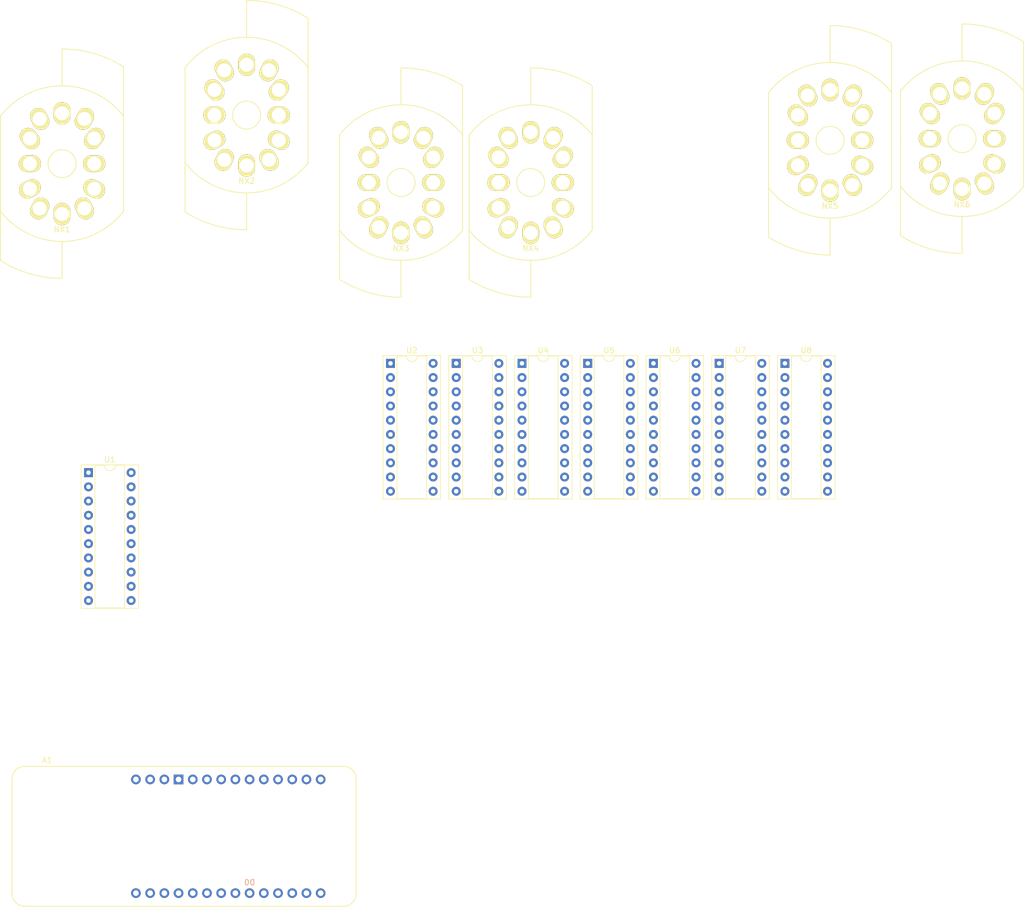
<source format=kicad_pcb>
(kicad_pcb (version 20240108) (generator "pcbnew") (generator_version "8.0")
  (title_block (title "IN-14 Nixie Tube Clock") (company "Wholly Unnecessary Technologies"))
  (layers (0 "F.Cu" signal) (31 "B.Cu" signal) (34 "B.Paste" user) (35 "F.Paste" user) (36 "B.SilkS" user "B.Silkscreen") (37 "F.SilkS" user "F.Silkscreen") (38 "B.Mask" user) (39 "F.Mask" user) (44 "Edge.Cuts" user))
  (net 0 "")
  (net 2 "LED_MS_G")
  (net 4 "RCLK")
  (net 6 "LED_MS_B")
  (net 8 "SCLK")
  (net 15 "LED_HM_B")
  (net 16 "LED_HM_R")
  (net 17 "GND")
  (net 19 "LED_HM_G")
  (net 22 "COPI")
  (net 24 "VCC")
  (net 27 "LED_MS_R")
  (net 36 "NX1-1")
  (net 42 "NX2-1")
  (net 49 "NX3-1")
  (net 58 "NX4-1")
  (net 71 "NX5-1")
  (net 74 "NX6-1")
  (net 83 "NX1-0")
  (net 84 "NX1-7")
  (net 86 "Net-(U1-SER_OUT)")
  (net 89 "NX2-0")
  (net 96 "HIGH")
  (net 97 "~{POR}")
  (net 98 "Net-(U2-SER_OUT)")
  (net 99 "NX1-9")
  (net 100 "NX2-5")
  (net 103 "NX1-8")
  (net 104 "NX3-0")
  (net 105 "NX2-9")
  (net 108 "NX2-7")
  (net 109 "NX2-8")
  (net 110 "NX2-6")
  (net 111 "Net-(U3-SER_OUT)")
  (net 112 "NX3-3")
  (net 115 "Net-(U4-SER_OUT)")
  (net 124 "/FIX")
  (net 126 "Net-(U5-SER_OUT)")
  (net 132 "Net-(U6-SER_OUT)")
  (net 137 "Net-(U7-SER_OUT)")
  (footprint "arduino-library:Arduino_MKR_WiFi_1010_Socket" (layer "F.Cu") (at 29.3912 159.0918)
    (property "Reference" "A1" (at 4 -3.35 0) (layer "F.SilkS"))
    (property "Value" "Arduino_MKR_WiFi_1010_Socket")
    (fp_line (start -2.25 20.5) (end -2.25 0) (stroke (width 0.15)) (layer "F.SilkS"))
    (fp_line (start 0 -2.25) (end 57 -2.25) (stroke (width 0.15)) (layer "F.SilkS"))
    (fp_line (start 0 22.75) (end 57 22.75) (stroke (width 0.15)) (layer "F.SilkS"))
    (fp_line (start 59.25 20.5) (end 59.25 0) (stroke (width 0.15)) (layer "F.SilkS"))
    (fp_arc (start -2.25 0) (mid -1.59099 -1.59099) (end 0 -2.25) (stroke (width 0.15)) (layer "F.SilkS"))
    (fp_arc (start 0 22.75) (mid -1.59099 22.09099) (end -2.25 20.5) (stroke (width 0.15)) (layer "F.SilkS"))
    (fp_arc (start 57 -2.25) (mid 58.59099 -1.59099) (end 59.25 0) (stroke (width 0.15)) (layer "F.SilkS"))
    (fp_arc (start 59.25 20.5) (mid 58.59099 22.09099) (end 57 22.75) (stroke (width 0.15)) (layer "F.SilkS"))
    (fp_text user "D0" (at 40.2048 18.505 0) (layer "B.SilkS") (effects (justify mirror)))
    (fp_text user "D0" (at 40.2048 18.505 0) (layer "F.SilkS"))
    (pad "" np_thru_hole circle (at 0 0) (size 2.2 2.2) (drill 2.2) (layers "F&B.Cu" "*.Mask"))
    (pad "" np_thru_hole circle (at 0 20.5) (size 2.2 2.2) (drill 2.2) (layers "F&B.Cu" "*.Mask"))
    (pad "" np_thru_hole circle (at 57 0) (size 2.2 2.2) (drill 2.2) (layers "F&B.Cu" "*.Mask"))
    (pad "" np_thru_hole circle (at 57 20.5) (size 2.2 2.2) (drill 2.2) (layers "F&B.Cu" "*.Mask"))
    (pad "3V3" thru_hole circle (at 24.9648 0.09) (size 1.7272 1.7272) (drill 1.016) (layers "*.Cu" "*.Mask"))
    (pad "5V" thru_hole circle (at 19.8848 0.09) (size 1.7272 1.7272) (drill 1.016) (layers "*.Cu" "*.Mask"))
    (pad "A0" thru_hole circle (at 22.4248 20.41) (size 1.7272 1.7272) (drill 1.016) (layers "*.Cu" "*.Mask"))
    (pad "A1" thru_hole circle (at 24.9648 20.41) (size 1.7272 1.7272) (drill 1.016) (layers "*.Cu" "*.Mask"))
    (pad "A2" thru_hole circle (at 27.5048 20.41) (size 1.7272 1.7272) (drill 1.016) (layers "*.Cu" "*.Mask"))
    (pad "A3" thru_hole circle (at 30.0448 20.41) (size 1.7272 1.7272) (drill 1.016) (layers "*.Cu" "*.Mask"))
    (pad "A4" thru_hole circle (at 32.5848 20.41) (size 1.7272 1.7272) (drill 1.016) (layers "*.Cu" "*.Mask"))
    (pad "A5" thru_hole circle (at 35.1248 20.41) (size 1.7272 1.7272) (drill 1.016) (layers "*.Cu" "*.Mask"))
    (pad "A6" thru_hole circle (at 37.6648 20.41) (size 1.7272 1.7272) (drill 1.016) (layers "*.Cu" "*.Mask"))
    (pad "AREF" thru_hole circle (at 19.8848 20.41) (size 1.7272 1.7272) (drill 1.016) (layers "*.Cu" "*.Mask"))
    (pad "D0" thru_hole circle (at 40.2048 20.41) (size 1.7272 1.7272) (drill 1.016) (layers "*.Cu" "*.Mask") (net 6 "LED_MS_B"))
    (pad "D1" thru_hole circle (at 42.7448 20.41) (size 1.7272 1.7272) (drill 1.016) (layers "*.Cu" "*.Mask") (net 2 "LED_MS_G"))
    (pad "D2" thru_hole circle (at 45.2848 20.41) (size 1.7272 1.7272) (drill 1.016) (layers "*.Cu" "*.Mask") (net 27 "LED_MS_R"))
    (pad "D3" thru_hole circle (at 47.8248 20.41) (size 1.7272 1.7272) (drill 1.016) (layers "*.Cu" "*.Mask") (net 15 "LED_HM_B"))
    (pad "D4" thru_hole circle (at 50.3648 20.41) (size 1.7272 1.7272) (drill 1.016) (layers "*.Cu" "*.Mask") (net 19 "LED_HM_G"))
    (pad "D5" thru_hole circle (at 52.9048 20.41) (size 1.7272 1.7272) (drill 1.016) (layers "*.Cu" "*.Mask") (net 16 "LED_HM_R"))
    (pad "D6" thru_hole circle (at 52.9048 0.09) (size 1.7272 1.7272) (drill 1.016) (layers "*.Cu" "*.Mask"))
    (pad "D7" thru_hole circle (at 50.3648 0.09) (size 1.7272 1.7272) (drill 1.016) (layers "*.Cu" "*.Mask") (net 4 "RCLK"))
    (pad "D8" thru_hole circle (at 47.8248 0.09) (size 1.7272 1.7272) (drill 1.016) (layers "*.Cu" "*.Mask") (net 22 "COPI"))
    (pad "D9" thru_hole circle (at 45.2848 0.09) (size 1.7272 1.7272) (drill 1.016) (layers "*.Cu" "*.Mask") (net 8 "SCLK"))
    (pad "D10" thru_hole circle (at 42.7448 0.09) (size 1.7272 1.7272) (drill 1.016) (layers "*.Cu" "*.Mask"))
    (pad "D11" thru_hole circle (at 40.2048 0.09) (size 1.7272 1.7272) (drill 1.016) (layers "*.Cu" "*.Mask"))
    (pad "D12" thru_hole circle (at 37.6648 0.09) (size 1.7272 1.7272) (drill 1.016) (layers "*.Cu" "*.Mask"))
    (pad "D13" thru_hole circle (at 35.1248 0.09) (size 1.7272 1.7272) (drill 1.016) (layers "*.Cu" "*.Mask"))
    (pad "D14" thru_hole circle (at 32.5848 0.09) (size 1.7272 1.7272) (drill 1.016) (layers "*.Cu" "*.Mask"))
    (pad "GND" thru_hole rect (at 27.5048 0.09) (size 1.7272 1.7272) (drill 1.016) (layers "*.Cu" "*.Mask") (net 17 "GND"))
    (pad "RST" thru_hole circle (at 30.0448 0.09) (size 1.7272 1.7272) (drill 1.016) (layers "*.Cu" "*.Mask"))
    (pad "VIN" thru_hole circle (at 22.4248 0.09) (size 1.7272 1.7272) (drill 1.016) (layers "*.Cu" "*.Mask") (net 24 "VCC"))
  )
  (footprint "hatsunearu:IN_12B_Socket" (layer "F.Cu") (at 36.068 49.1152)
    (property "Reference" "NX1" (at 0 11.75 0) (layer "F.SilkS"))
    (property "Value" "~")
    (fp_line (start -11 0) (end -11 -8.5) (stroke (width 0.15)) (layer "F.SilkS"))
    (fp_line (start -11 0) (end -11 8.5) (stroke (width 0.15)) (layer "F.SilkS"))
    (fp_line (start -11 17.3) (end -11 8.5) (stroke (width 0.15)) (layer "F.SilkS"))
    (fp_line (start 0 -20.5) (end 0 -14) (stroke (width 0.15)) (layer "F.SilkS"))
    (fp_line (start 0 20.5) (end 0 14) (stroke (width 0.15)) (layer "F.SilkS"))
    (fp_line (start 11 -17.3) (end 11 -8.5) (stroke (width 0.15)) (layer "F.SilkS"))
    (fp_line (start 11 0) (end 11 -8.5) (stroke (width 0.15)) (layer "F.SilkS"))
    (fp_line (start 11 0) (end 11 8.5) (stroke (width 0.15)) (layer "F.SilkS"))
    (fp_arc (start -11 -8.5) (mid 0.010734 -13.901435) (end 11.013113 -8.483003) (stroke (width 0.15)) (layer "F.SilkS"))
    (fp_arc (start 0 -20.5) (mid 5.684951 -19.695973) (end 10.923964 -17.34696) (stroke (width 0.15)) (layer "F.SilkS"))
    (fp_arc (start 0 20.5) (mid -5.702136 19.691004) (end -10.954223 17.327868) (stroke (width 0.15)) (layer "F.SilkS"))
    (fp_arc (start 11 8.5) (mid -0.010734 13.901435) (end -11.013113 8.483003) (stroke (width 0.15)) (layer "F.SilkS"))
    (fp_circle (center 0 0) (end 2.5 0) (stroke (width 0.15)) (fill none) (layer "F.SilkS"))
    (pad "1" thru_hole oval (at 4 -8 333.4) (size 3 4) (drill 2.5) (layers "*.Cu" "*.Mask" "F.SilkS") (net 36 "NX1-1"))
    (pad "2" thru_hole oval (at 5.75 -4.5 322) (size 3 4) (drill 2.5) (layers "*.Cu" "*.Mask" "F.SilkS"))
    (pad "3" thru_hole oval (at 5.75 0 270) (size 3 4) (drill 2.5) (layers "*.Cu" "*.Mask" "F.SilkS"))
    (pad "4" thru_hole oval (at 5.75 4.5 243.4) (size 3 4) (drill 2.5) (layers "*.Cu" "*.Mask" "F.SilkS"))
    (pad "5" thru_hole oval (at 4 8 206.6) (size 3 4) (drill 2.5) (layers "*.Cu" "*.Mask" "F.SilkS"))
    (pad "6" thru_hole oval (at 0 9) (size 3 4) (drill 2.5) (layers "*.Cu" "*.Mask" "F.SilkS"))
    (pad "7" thru_hole oval (at -4 8 153.4) (size 3 4) (drill 2.5) (layers "*.Cu" "*.Mask" "F.SilkS"))
    (pad "8" thru_hole oval (at -5.75 4.5 116.6) (size 3 4) (drill 2.5) (layers "*.Cu" "*.Mask" "F.SilkS"))
    (pad "9" thru_hole oval (at -5.75 0 90) (size 3 4) (drill 2.5) (layers "*.Cu" "*.Mask" "F.SilkS"))
    (pad "10" thru_hole oval (at -5.75 -4.5 38) (size 3 4) (drill 2.5) (layers "*.Cu" "*.Mask" "F.SilkS"))
    (pad "11" thru_hole oval (at -4 -8 26.6) (size 3 4) (drill 2.5) (layers "*.Cu" "*.Mask" "F.SilkS"))
    (pad "12" thru_hole oval (at 0 -9) (size 3 4) (drill 2.5) (layers "*.Cu" "*.Mask" "F.SilkS"))
  )
  (footprint "Package_DIP:DIP-20_W7.62mm_Socket" (layer "F.Cu") (at 106.5278 84.8106)
    (property "Reference" "U3" (at 3.81 -2.33 0) (layer "F.SilkS"))
    (property "Value" "TPIC6595")
    (fp_line (start -1.33 -1.39) (end -1.33 24.25) (stroke (width 0.12)) (layer "F.SilkS"))
    (fp_line (start -1.33 24.25) (end 8.95 24.25) (stroke (width 0.12)) (layer "F.SilkS"))
    (fp_line (start 1.16 -1.33) (end 1.16 24.19) (stroke (width 0.12)) (layer "F.SilkS"))
    (fp_line (start 1.16 24.19) (end 6.46 24.19) (stroke (width 0.12)) (layer "F.SilkS"))
    (fp_line (start 2.81 -1.33) (end 1.16 -1.33) (stroke (width 0.12)) (layer "F.SilkS"))
    (fp_line (start 6.46 -1.33) (end 4.81 -1.33) (stroke (width 0.12)) (layer "F.SilkS"))
    (fp_line (start 6.46 24.19) (end 6.46 -1.33) (stroke (width 0.12)) (layer "F.SilkS"))
    (fp_line (start 8.95 -1.39) (end -1.33 -1.39) (stroke (width 0.12)) (layer "F.SilkS"))
    (fp_line (start 8.95 24.25) (end 8.95 -1.39) (stroke (width 0.12)) (layer "F.SilkS"))
    (fp_arc (start 4.81 -1.33) (mid 3.81 -0.33) (end 2.81 -1.33) (stroke (width 0.12)) (layer "F.SilkS"))
    (pad "1" thru_hole rect (at 0 0) (size 1.6 1.6) (drill 0.8) (layers "*.Cu" "*.Mask") (net 17 "GND"))
    (pad "2" thru_hole oval (at 0 2.54) (size 1.6 1.6) (drill 0.8) (layers "*.Cu" "*.Mask") (net 24 "VCC"))
    (pad "3" thru_hole oval (at 0 5.08) (size 1.6 1.6) (drill 0.8) (layers "*.Cu" "*.Mask") (net 98 "Net-(U2-SER_OUT)"))
    (pad "4" thru_hole oval (at 0 7.62) (size 1.6 1.6) (drill 0.8) (layers "*.Cu" "*.Mask") (net 110 "NX2-6"))
    (pad "5" thru_hole oval (at 0 10.16) (size 1.6 1.6) (drill 0.8) (layers "*.Cu" "*.Mask") (net 108 "NX2-7"))
    (pad "6" thru_hole oval (at 0 12.7) (size 1.6 1.6) (drill 0.8) (layers "*.Cu" "*.Mask") (net 109 "NX2-8"))
    (pad "7" thru_hole oval (at 0 15.24) (size 1.6 1.6) (drill 0.8) (layers "*.Cu" "*.Mask") (net 105 "NX2-9"))
    (pad "8" thru_hole oval (at 0 17.78) (size 1.6 1.6) (drill 0.8) (layers "*.Cu" "*.Mask") (net 96 "HIGH"))
    (pad "9" thru_hole oval (at 0 20.32) (size 1.6 1.6) (drill 0.8) (layers "*.Cu" "*.Mask") (net 97 "~{POR}"))
    (pad "10" thru_hole oval (at 0 22.86) (size 1.6 1.6) (drill 0.8) (layers "*.Cu" "*.Mask") (net 17 "GND"))
    (pad "11" thru_hole oval (at 7.62 22.86) (size 1.6 1.6) (drill 0.8) (layers "*.Cu" "*.Mask") (net 17 "GND"))
    (pad "12" thru_hole oval (at 7.62 20.32) (size 1.6 1.6) (drill 0.8) (layers "*.Cu" "*.Mask") (net 4 "RCLK"))
    (pad "13" thru_hole oval (at 7.62 17.78) (size 1.6 1.6) (drill 0.8) (layers "*.Cu" "*.Mask") (net 8 "SCLK"))
    (pad "14" thru_hole oval (at 7.62 15.24) (size 1.6 1.6) (drill 0.8) (layers "*.Cu" "*.Mask") (net 104 "NX3-0"))
    (pad "15" thru_hole oval (at 7.62 12.7) (size 1.6 1.6) (drill 0.8) (layers "*.Cu" "*.Mask"))
    (pad "16" thru_hole oval (at 7.62 10.16) (size 1.6 1.6) (drill 0.8) (layers "*.Cu" "*.Mask"))
    (pad "17" thru_hole oval (at 7.62 7.62) (size 1.6 1.6) (drill 0.8) (layers "*.Cu" "*.Mask") (net 112 "NX3-3"))
    (pad "18" thru_hole oval (at 7.62 5.08) (size 1.6 1.6) (drill 0.8) (layers "*.Cu" "*.Mask") (net 111 "Net-(U3-SER_OUT)"))
    (pad "19" thru_hole oval (at 7.62 2.54) (size 1.6 1.6) (drill 0.8) (layers "*.Cu" "*.Mask") (net 17 "GND"))
    (pad "20" thru_hole oval (at 7.62 0) (size 1.6 1.6) (drill 0.8) (layers "*.Cu" "*.Mask") (net 17 "GND"))
  )
  (footprint "hatsunearu:IN_12B_Socket" (layer "F.Cu") (at 96.663522 52.4934)
    (property "Reference" "NX3" (at 0 11.75 0) (layer "F.SilkS"))
    (property "Value" "~")
    (fp_line (start -11 0) (end -11 -8.5) (stroke (width 0.15)) (layer "F.SilkS"))
    (fp_line (start -11 0) (end -11 8.5) (stroke (width 0.15)) (layer "F.SilkS"))
    (fp_line (start -11 17.3) (end -11 8.5) (stroke (width 0.15)) (layer "F.SilkS"))
    (fp_line (start 0 -20.5) (end 0 -14) (stroke (width 0.15)) (layer "F.SilkS"))
    (fp_line (start 0 20.5) (end 0 14) (stroke (width 0.15)) (layer "F.SilkS"))
    (fp_line (start 11 -17.3) (end 11 -8.5) (stroke (width 0.15)) (layer "F.SilkS"))
    (fp_line (start 11 0) (end 11 -8.5) (stroke (width 0.15)) (layer "F.SilkS"))
    (fp_line (start 11 0) (end 11 8.5) (stroke (width 0.15)) (layer "F.SilkS"))
    (fp_arc (start -11 -8.5) (mid 0.010734 -13.901435) (end 11.013113 -8.483003) (stroke (width 0.15)) (layer "F.SilkS"))
    (fp_arc (start 0 -20.5) (mid 5.684951 -19.695973) (end 10.923964 -17.34696) (stroke (width 0.15)) (layer "F.SilkS"))
    (fp_arc (start 0 20.5) (mid -5.702136 19.691004) (end -10.954223 17.327868) (stroke (width 0.15)) (layer "F.SilkS"))
    (fp_arc (start 11 8.5) (mid -0.010734 13.901435) (end -11.013113 8.483003) (stroke (width 0.15)) (layer "F.SilkS"))
    (fp_circle (center 0 0) (end 2.5 0) (stroke (width 0.15)) (fill none) (layer "F.SilkS"))
    (pad "1" thru_hole oval (at 4 -8 333.4) (size 3 4) (drill 2.5) (layers "*.Cu" "*.Mask" "F.SilkS") (net 49 "NX3-1"))
    (pad "2" thru_hole oval (at 5.75 -4.5 322) (size 3 4) (drill 2.5) (layers "*.Cu" "*.Mask" "F.SilkS"))
    (pad "3" thru_hole oval (at 5.75 0 270) (size 3 4) (drill 2.5) (layers "*.Cu" "*.Mask" "F.SilkS"))
    (pad "4" thru_hole oval (at 5.75 4.5 243.4) (size 3 4) (drill 2.5) (layers "*.Cu" "*.Mask" "F.SilkS"))
    (pad "5" thru_hole oval (at 4 8 206.6) (size 3 4) (drill 2.5) (layers "*.Cu" "*.Mask" "F.SilkS"))
    (pad "6" thru_hole oval (at 0 9) (size 3 4) (drill 2.5) (layers "*.Cu" "*.Mask" "F.SilkS"))
    (pad "7" thru_hole oval (at -4 8 153.4) (size 3 4) (drill 2.5) (layers "*.Cu" "*.Mask" "F.SilkS"))
    (pad "8" thru_hole oval (at -5.75 4.5 116.6) (size 3 4) (drill 2.5) (layers "*.Cu" "*.Mask" "F.SilkS"))
    (pad "9" thru_hole oval (at -5.75 0 90) (size 3 4) (drill 2.5) (layers "*.Cu" "*.Mask" "F.SilkS"))
    (pad "10" thru_hole oval (at -5.75 -4.5 38) (size 3 4) (drill 2.5) (layers "*.Cu" "*.Mask" "F.SilkS"))
    (pad "11" thru_hole oval (at -4 -8 26.6) (size 3 4) (drill 2.5) (layers "*.Cu" "*.Mask" "F.SilkS"))
    (pad "12" thru_hole oval (at 0 -9) (size 3 4) (drill 2.5) (layers "*.Cu" "*.Mask" "F.SilkS"))
  )
  (footprint "Package_DIP:DIP-20_W7.62mm_Socket" (layer "F.Cu") (at 165.2778 84.8106)
    (property "Reference" "U8" (at 3.81 -2.33 0) (layer "F.SilkS"))
    (property "Value" "TPIC6595")
    (fp_line (start -1.33 -1.39) (end -1.33 24.25) (stroke (width 0.12)) (layer "F.SilkS"))
    (fp_line (start -1.33 24.25) (end 8.95 24.25) (stroke (width 0.12)) (layer "F.SilkS"))
    (fp_line (start 1.16 -1.33) (end 1.16 24.19) (stroke (width 0.12)) (layer "F.SilkS"))
    (fp_line (start 1.16 24.19) (end 6.46 24.19) (stroke (width 0.12)) (layer "F.SilkS"))
    (fp_line (start 2.81 -1.33) (end 1.16 -1.33) (stroke (width 0.12)) (layer "F.SilkS"))
    (fp_line (start 6.46 -1.33) (end 4.81 -1.33) (stroke (width 0.12)) (layer "F.SilkS"))
    (fp_line (start 6.46 24.19) (end 6.46 -1.33) (stroke (width 0.12)) (layer "F.SilkS"))
    (fp_line (start 8.95 -1.39) (end -1.33 -1.39) (stroke (width 0.12)) (layer "F.SilkS"))
    (fp_line (start 8.95 24.25) (end 8.95 -1.39) (stroke (width 0.12)) (layer "F.SilkS"))
    (fp_arc (start 4.81 -1.33) (mid 3.81 -0.33) (end 2.81 -1.33) (stroke (width 0.12)) (layer "F.SilkS"))
    (pad "1" thru_hole rect (at 0 0) (size 1.6 1.6) (drill 0.8) (layers "*.Cu" "*.Mask") (net 17 "GND"))
    (pad "2" thru_hole oval (at 0 2.54) (size 1.6 1.6) (drill 0.8) (layers "*.Cu" "*.Mask") (net 24 "VCC"))
    (pad "3" thru_hole oval (at 0 5.08) (size 1.6 1.6) (drill 0.8) (layers "*.Cu" "*.Mask") (net 137 "Net-(U7-SER_OUT)"))
    (pad "4" thru_hole oval (at 0 7.62) (size 1.6 1.6) (drill 0.8) (layers "*.Cu" "*.Mask"))
    (pad "5" thru_hole oval (at 0 10.16) (size 1.6 1.6) (drill 0.8) (layers "*.Cu" "*.Mask"))
    (pad "6" thru_hole oval (at 0 12.7) (size 1.6 1.6) (drill 0.8) (layers "*.Cu" "*.Mask"))
    (pad "7" thru_hole oval (at 0 15.24) (size 1.6 1.6) (drill 0.8) (layers "*.Cu" "*.Mask"))
    (pad "8" thru_hole oval (at 0 17.78) (size 1.6 1.6) (drill 0.8) (layers "*.Cu" "*.Mask") (net 96 "HIGH"))
    (pad "9" thru_hole oval (at 0 20.32) (size 1.6 1.6) (drill 0.8) (layers "*.Cu" "*.Mask") (net 97 "~{POR}"))
    (pad "10" thru_hole oval (at 0 22.86) (size 1.6 1.6) (drill 0.8) (layers "*.Cu" "*.Mask") (net 17 "GND"))
    (pad "11" thru_hole oval (at 7.62 22.86) (size 1.6 1.6) (drill 0.8) (layers "*.Cu" "*.Mask") (net 17 "GND"))
    (pad "12" thru_hole oval (at 7.62 20.32) (size 1.6 1.6) (drill 0.8) (layers "*.Cu" "*.Mask") (net 4 "RCLK"))
    (pad "13" thru_hole oval (at 7.62 17.78) (size 1.6 1.6) (drill 0.8) (layers "*.Cu" "*.Mask") (net 8 "SCLK"))
    (pad "14" thru_hole oval (at 7.62 15.24) (size 1.6 1.6) (drill 0.8) (layers "*.Cu" "*.Mask"))
    (pad "15" thru_hole oval (at 7.62 12.7) (size 1.6 1.6) (drill 0.8) (layers "*.Cu" "*.Mask"))
    (pad "16" thru_hole oval (at 7.62 10.16) (size 1.6 1.6) (drill 0.8) (layers "*.Cu" "*.Mask"))
    (pad "17" thru_hole oval (at 7.62 7.62) (size 1.6 1.6) (drill 0.8) (layers "*.Cu" "*.Mask"))
    (pad "18" thru_hole oval (at 7.62 5.08) (size 1.6 1.6) (drill 0.8) (layers "*.Cu" "*.Mask"))
    (pad "19" thru_hole oval (at 7.62 2.54) (size 1.6 1.6) (drill 0.8) (layers "*.Cu" "*.Mask") (net 17 "GND"))
    (pad "20" thru_hole oval (at 7.62 0) (size 1.6 1.6) (drill 0.8) (layers "*.Cu" "*.Mask") (net 17 "GND"))
  )
  (footprint "Package_DIP:DIP-20_W7.62mm_Socket" (layer "F.Cu") (at 153.5278 84.8106)
    (property "Reference" "U7" (at 3.81 -2.33 0) (layer "F.SilkS"))
    (property "Value" "TPIC6595")
    (fp_line (start -1.33 -1.39) (end -1.33 24.25) (stroke (width 0.12)) (layer "F.SilkS"))
    (fp_line (start -1.33 24.25) (end 8.95 24.25) (stroke (width 0.12)) (layer "F.SilkS"))
    (fp_line (start 1.16 -1.33) (end 1.16 24.19) (stroke (width 0.12)) (layer "F.SilkS"))
    (fp_line (start 1.16 24.19) (end 6.46 24.19) (stroke (width 0.12)) (layer "F.SilkS"))
    (fp_line (start 2.81 -1.33) (end 1.16 -1.33) (stroke (width 0.12)) (layer "F.SilkS"))
    (fp_line (start 6.46 -1.33) (end 4.81 -1.33) (stroke (width 0.12)) (layer "F.SilkS"))
    (fp_line (start 6.46 24.19) (end 6.46 -1.33) (stroke (width 0.12)) (layer "F.SilkS"))
    (fp_line (start 8.95 -1.39) (end -1.33 -1.39) (stroke (width 0.12)) (layer "F.SilkS"))
    (fp_line (start 8.95 24.25) (end 8.95 -1.39) (stroke (width 0.12)) (layer "F.SilkS"))
    (fp_arc (start 4.81 -1.33) (mid 3.81 -0.33) (end 2.81 -1.33) (stroke (width 0.12)) (layer "F.SilkS"))
    (pad "1" thru_hole rect (at 0 0) (size 1.6 1.6) (drill 0.8) (layers "*.Cu" "*.Mask") (net 17 "GND"))
    (pad "2" thru_hole oval (at 0 2.54) (size 1.6 1.6) (drill 0.8) (layers "*.Cu" "*.Mask") (net 24 "VCC"))
    (pad "3" thru_hole oval (at 0 5.08) (size 1.6 1.6) (drill 0.8) (layers "*.Cu" "*.Mask") (net 132 "Net-(U6-SER_OUT)"))
    (pad "4" thru_hole oval (at 0 7.62) (size 1.6 1.6) (drill 0.8) (layers "*.Cu" "*.Mask") (net 124 "/FIX"))
    (pad "5" thru_hole oval (at 0 10.16) (size 1.6 1.6) (drill 0.8) (layers "*.Cu" "*.Mask") (net 124 "/FIX"))
    (pad "6" thru_hole oval (at 0 12.7) (size 1.6 1.6) (drill 0.8) (layers "*.Cu" "*.Mask") (net 124 "/FIX"))
    (pad "7" thru_hole oval (at 0 15.24) (size 1.6 1.6) (drill 0.8) (layers "*.Cu" "*.Mask") (net 124 "/FIX"))
    (pad "8" thru_hole oval (at 0 17.78) (size 1.6 1.6) (drill 0.8) (layers "*.Cu" "*.Mask") (net 96 "HIGH"))
    (pad "9" thru_hole oval (at 0 20.32) (size 1.6 1.6) (drill 0.8) (layers "*.Cu" "*.Mask") (net 97 "~{POR}"))
    (pad "10" thru_hole oval (at 0 22.86) (size 1.6 1.6) (drill 0.8) (layers "*.Cu" "*.Mask") (net 17 "GND"))
    (pad "11" thru_hole oval (at 7.62 22.86) (size 1.6 1.6) (drill 0.8) (layers "*.Cu" "*.Mask") (net 17 "GND"))
    (pad "12" thru_hole oval (at 7.62 20.32) (size 1.6 1.6) (drill 0.8) (layers "*.Cu" "*.Mask") (net 4 "RCLK"))
    (pad "13" thru_hole oval (at 7.62 17.78) (size 1.6 1.6) (drill 0.8) (layers "*.Cu" "*.Mask") (net 8 "SCLK"))
    (pad "14" thru_hole oval (at 7.62 15.24) (size 1.6 1.6) (drill 0.8) (layers "*.Cu" "*.Mask") (net 124 "/FIX"))
    (pad "15" thru_hole oval (at 7.62 12.7) (size 1.6 1.6) (drill 0.8) (layers "*.Cu" "*.Mask"))
    (pad "16" thru_hole oval (at 7.62 10.16) (size 1.6 1.6) (drill 0.8) (layers "*.Cu" "*.Mask"))
    (pad "17" thru_hole oval (at 7.62 7.62) (size 1.6 1.6) (drill 0.8) (layers "*.Cu" "*.Mask") (net 124 "/FIX"))
    (pad "18" thru_hole oval (at 7.62 5.08) (size 1.6 1.6) (drill 0.8) (layers "*.Cu" "*.Mask") (net 137 "Net-(U7-SER_OUT)"))
    (pad "19" thru_hole oval (at 7.62 2.54) (size 1.6 1.6) (drill 0.8) (layers "*.Cu" "*.Mask") (net 17 "GND"))
    (pad "20" thru_hole oval (at 7.62 0) (size 1.6 1.6) (drill 0.8) (layers "*.Cu" "*.Mask") (net 17 "GND"))
  )
  (footprint "hatsunearu:IN_12B_Socket" (layer "F.Cu") (at 196.942 44.6532)
    (property "Reference" "NX6" (at 0 11.75 0) (layer "F.SilkS"))
    (property "Value" "~")
    (fp_line (start -11 0) (end -11 -8.5) (stroke (width 0.15)) (layer "F.SilkS"))
    (fp_line (start -11 0) (end -11 8.5) (stroke (width 0.15)) (layer "F.SilkS"))
    (fp_line (start -11 17.3) (end -11 8.5) (stroke (width 0.15)) (layer "F.SilkS"))
    (fp_line (start 0 -20.5) (end 0 -14) (stroke (width 0.15)) (layer "F.SilkS"))
    (fp_line (start 0 20.5) (end 0 14) (stroke (width 0.15)) (layer "F.SilkS"))
    (fp_line (start 11 -17.3) (end 11 -8.5) (stroke (width 0.15)) (layer "F.SilkS"))
    (fp_line (start 11 0) (end 11 -8.5) (stroke (width 0.15)) (layer "F.SilkS"))
    (fp_line (start 11 0) (end 11 8.5) (stroke (width 0.15)) (layer "F.SilkS"))
    (fp_arc (start -11 -8.5) (mid 0.010734 -13.901435) (end 11.013113 -8.483003) (stroke (width 0.15)) (layer "F.SilkS"))
    (fp_arc (start 0 -20.5) (mid 5.684951 -19.695973) (end 10.923964 -17.34696) (stroke (width 0.15)) (layer "F.SilkS"))
    (fp_arc (start 0 20.5) (mid -5.702136 19.691004) (end -10.954223 17.327868) (stroke (width 0.15)) (layer "F.SilkS"))
    (fp_arc (start 11 8.5) (mid -0.010734 13.901435) (end -11.013113 8.483003) (stroke (width 0.15)) (layer "F.SilkS"))
    (fp_circle (center 0 0) (end 2.5 0) (stroke (width 0.15)) (fill none) (layer "F.SilkS"))
    (pad "1" thru_hole oval (at 4 -8 333.4) (size 3 4) (drill 2.5) (layers "*.Cu" "*.Mask" "F.SilkS") (net 74 "NX6-1"))
    (pad "2" thru_hole oval (at 5.75 -4.5 322) (size 3 4) (drill 2.5) (layers "*.Cu" "*.Mask" "F.SilkS"))
    (pad "3" thru_hole oval (at 5.75 0 270) (size 3 4) (drill 2.5) (layers "*.Cu" "*.Mask" "F.SilkS"))
    (pad "4" thru_hole oval (at 5.75 4.5 243.4) (size 3 4) (drill 2.5) (layers "*.Cu" "*.Mask" "F.SilkS"))
    (pad "5" thru_hole oval (at 4 8 206.6) (size 3 4) (drill 2.5) (layers "*.Cu" "*.Mask" "F.SilkS"))
    (pad "6" thru_hole oval (at 0 9) (size 3 4) (drill 2.5) (layers "*.Cu" "*.Mask" "F.SilkS"))
    (pad "7" thru_hole oval (at -4 8 153.4) (size 3 4) (drill 2.5) (layers "*.Cu" "*.Mask" "F.SilkS"))
    (pad "8" thru_hole oval (at -5.75 4.5 116.6) (size 3 4) (drill 2.5) (layers "*.Cu" "*.Mask" "F.SilkS"))
    (pad "9" thru_hole oval (at -5.75 0 90) (size 3 4) (drill 2.5) (layers "*.Cu" "*.Mask" "F.SilkS"))
    (pad "10" thru_hole oval (at -5.75 -4.5 38) (size 3 4) (drill 2.5) (layers "*.Cu" "*.Mask" "F.SilkS"))
    (pad "11" thru_hole oval (at -4 -8 26.6) (size 3 4) (drill 2.5) (layers "*.Cu" "*.Mask" "F.SilkS"))
    (pad "12" thru_hole oval (at 0 -9) (size 3 4) (drill 2.5) (layers "*.Cu" "*.Mask" "F.SilkS"))
  )
  (footprint "Package_DIP:DIP-20_W7.62mm_Socket" (layer "F.Cu") (at 94.7778 84.8106)
    (property "Reference" "U2" (at 3.81 -2.33 0) (layer "F.SilkS"))
    (property "Value" "TPIC6595")
    (fp_line (start -1.33 -1.39) (end -1.33 24.25) (stroke (width 0.12)) (layer "F.SilkS"))
    (fp_line (start -1.33 24.25) (end 8.95 24.25) (stroke (width 0.12)) (layer "F.SilkS"))
    (fp_line (start 1.16 -1.33) (end 1.16 24.19) (stroke (width 0.12)) (layer "F.SilkS"))
    (fp_line (start 1.16 24.19) (end 6.46 24.19) (stroke (width 0.12)) (layer "F.SilkS"))
    (fp_line (start 2.81 -1.33) (end 1.16 -1.33) (stroke (width 0.12)) (layer "F.SilkS"))
    (fp_line (start 6.46 -1.33) (end 4.81 -1.33) (stroke (width 0.12)) (layer "F.SilkS"))
    (fp_line (start 6.46 24.19) (end 6.46 -1.33) (stroke (width 0.12)) (layer "F.SilkS"))
    (fp_line (start 8.95 -1.39) (end -1.33 -1.39) (stroke (width 0.12)) (layer "F.SilkS"))
    (fp_line (start 8.95 24.25) (end 8.95 -1.39) (stroke (width 0.12)) (layer "F.SilkS"))
    (fp_arc (start 4.81 -1.33) (mid 3.81 -0.33) (end 2.81 -1.33) (stroke (width 0.12)) (layer "F.SilkS"))
    (pad "1" thru_hole rect (at 0 0) (size 1.6 1.6) (drill 0.8) (layers "*.Cu" "*.Mask") (net 17 "GND"))
    (pad "2" thru_hole oval (at 0 2.54) (size 1.6 1.6) (drill 0.8) (layers "*.Cu" "*.Mask") (net 24 "VCC"))
    (pad "3" thru_hole oval (at 0 5.08) (size 1.6 1.6) (drill 0.8) (layers "*.Cu" "*.Mask") (net 86 "Net-(U1-SER_OUT)"))
    (pad "4" thru_hole oval (at 0 7.62) (size 1.6 1.6) (drill 0.8) (layers "*.Cu" "*.Mask") (net 103 "NX1-8"))
    (pad "5" thru_hole oval (at 0 10.16) (size 1.6 1.6) (drill 0.8) (layers "*.Cu" "*.Mask") (net 99 "NX1-9"))
    (pad "6" thru_hole oval (at 0 12.7) (size 1.6 1.6) (drill 0.8) (layers "*.Cu" "*.Mask") (net 89 "NX2-0"))
    (pad "7" thru_hole oval (at 0 15.24) (size 1.6 1.6) (drill 0.8) (layers "*.Cu" "*.Mask"))
    (pad "8" thru_hole oval (at 0 17.78) (size 1.6 1.6) (drill 0.8) (layers "*.Cu" "*.Mask") (net 96 "HIGH"))
    (pad "9" thru_hole oval (at 0 20.32) (size 1.6 1.6) (drill 0.8) (layers "*.Cu" "*.Mask") (net 97 "~{POR}"))
    (pad "10" thru_hole oval (at 0 22.86) (size 1.6 1.6) (drill 0.8) (layers "*.Cu" "*.Mask") (net 17 "GND"))
    (pad "11" thru_hole oval (at 7.62 22.86) (size 1.6 1.6) (drill 0.8) (layers "*.Cu" "*.Mask") (net 17 "GND"))
    (pad "12" thru_hole oval (at 7.62 20.32) (size 1.6 1.6) (drill 0.8) (layers "*.Cu" "*.Mask") (net 4 "RCLK"))
    (pad "13" thru_hole oval (at 7.62 17.78) (size 1.6 1.6) (drill 0.8) (layers "*.Cu" "*.Mask") (net 8 "SCLK"))
    (pad "14" thru_hole oval (at 7.62 15.24) (size 1.6 1.6) (drill 0.8) (layers "*.Cu" "*.Mask"))
    (pad "15" thru_hole oval (at 7.62 12.7) (size 1.6 1.6) (drill 0.8) (layers "*.Cu" "*.Mask"))
    (pad "16" thru_hole oval (at 7.62 10.16) (size 1.6 1.6) (drill 0.8) (layers "*.Cu" "*.Mask"))
    (pad "17" thru_hole oval (at 7.62 7.62) (size 1.6 1.6) (drill 0.8) (layers "*.Cu" "*.Mask") (net 100 "NX2-5"))
    (pad "18" thru_hole oval (at 7.62 5.08) (size 1.6 1.6) (drill 0.8) (layers "*.Cu" "*.Mask") (net 98 "Net-(U2-SER_OUT)"))
    (pad "19" thru_hole oval (at 7.62 2.54) (size 1.6 1.6) (drill 0.8) (layers "*.Cu" "*.Mask") (net 17 "GND"))
    (pad "20" thru_hole oval (at 7.62 0) (size 1.6 1.6) (drill 0.8) (layers "*.Cu" "*.Mask") (net 17 "GND"))
  )
  (footprint "hatsunearu:IN_12B_Socket" (layer "F.Cu") (at 69.0626 40.4368)
    (property "Reference" "NX2" (at 0 11.75 0) (layer "F.SilkS"))
    (property "Value" "~")
    (fp_line (start -11 0) (end -11 -8.5) (stroke (width 0.15)) (layer "F.SilkS"))
    (fp_line (start -11 0) (end -11 8.5) (stroke (width 0.15)) (layer "F.SilkS"))
    (fp_line (start -11 17.3) (end -11 8.5) (stroke (width 0.15)) (layer "F.SilkS"))
    (fp_line (start 0 -20.5) (end 0 -14) (stroke (width 0.15)) (layer "F.SilkS"))
    (fp_line (start 0 20.5) (end 0 14) (stroke (width 0.15)) (layer "F.SilkS"))
    (fp_line (start 11 -17.3) (end 11 -8.5) (stroke (width 0.15)) (layer "F.SilkS"))
    (fp_line (start 11 0) (end 11 -8.5) (stroke (width 0.15)) (layer "F.SilkS"))
    (fp_line (start 11 0) (end 11 8.5) (stroke (width 0.15)) (layer "F.SilkS"))
    (fp_arc (start -11 -8.5) (mid 0.010734 -13.901435) (end 11.013113 -8.483003) (stroke (width 0.15)) (layer "F.SilkS"))
    (fp_arc (start 0 -20.5) (mid 5.684951 -19.695973) (end 10.923964 -17.34696) (stroke (width 0.15)) (layer "F.SilkS"))
    (fp_arc (start 0 20.5) (mid -5.702136 19.691004) (end -10.954223 17.327868) (stroke (width 0.15)) (layer "F.SilkS"))
    (fp_arc (start 11 8.5) (mid -0.010734 13.901435) (end -11.013113 8.483003) (stroke (width 0.15)) (layer "F.SilkS"))
    (fp_circle (center 0 0) (end 2.5 0) (stroke (width 0.15)) (fill none) (layer "F.SilkS"))
    (pad "1" thru_hole oval (at 4 -8 333.4) (size 3 4) (drill 2.5) (layers "*.Cu" "*.Mask" "F.SilkS") (net 42 "NX2-1"))
    (pad "2" thru_hole oval (at 5.75 -4.5 322) (size 3 4) (drill 2.5) (layers "*.Cu" "*.Mask" "F.SilkS"))
    (pad "3" thru_hole oval (at 5.75 0 270) (size 3 4) (drill 2.5) (layers "*.Cu" "*.Mask" "F.SilkS"))
    (pad "4" thru_hole oval (at 5.75 4.5 243.4) (size 3 4) (drill 2.5) (layers "*.Cu" "*.Mask" "F.SilkS"))
    (pad "5" thru_hole oval (at 4 8 206.6) (size 3 4) (drill 2.5) (layers "*.Cu" "*.Mask" "F.SilkS"))
    (pad "6" thru_hole oval (at 0 9) (size 3 4) (drill 2.5) (layers "*.Cu" "*.Mask" "F.SilkS"))
    (pad "7" thru_hole oval (at -4 8 153.4) (size 3 4) (drill 2.5) (layers "*.Cu" "*.Mask" "F.SilkS"))
    (pad "8" thru_hole oval (at -5.75 4.5 116.6) (size 3 4) (drill 2.5) (layers "*.Cu" "*.Mask" "F.SilkS"))
    (pad "9" thru_hole oval (at -5.75 0 90) (size 3 4) (drill 2.5) (layers "*.Cu" "*.Mask" "F.SilkS"))
    (pad "10" thru_hole oval (at -5.75 -4.5 38) (size 3 4) (drill 2.5) (layers "*.Cu" "*.Mask" "F.SilkS"))
    (pad "11" thru_hole oval (at -4 -8 26.6) (size 3 4) (drill 2.5) (layers "*.Cu" "*.Mask" "F.SilkS"))
    (pad "12" thru_hole oval (at 0 -9) (size 3 4) (drill 2.5) (layers "*.Cu" "*.Mask" "F.SilkS"))
  )
  (footprint "Package_DIP:DIP-20_W7.62mm_Socket" (layer "F.Cu") (at 130.0278 84.8106)
    (property "Reference" "U5" (at 3.81 -2.33 0) (layer "F.SilkS"))
    (property "Value" "TPIC6595")
    (fp_line (start -1.33 -1.39) (end -1.33 24.25) (stroke (width 0.12)) (layer "F.SilkS"))
    (fp_line (start -1.33 24.25) (end 8.95 24.25) (stroke (width 0.12)) (layer "F.SilkS"))
    (fp_line (start 1.16 -1.33) (end 1.16 24.19) (stroke (width 0.12)) (layer "F.SilkS"))
    (fp_line (start 1.16 24.19) (end 6.46 24.19) (stroke (width 0.12)) (layer "F.SilkS"))
    (fp_line (start 2.81 -1.33) (end 1.16 -1.33) (stroke (width 0.12)) (layer "F.SilkS"))
    (fp_line (start 6.46 -1.33) (end 4.81 -1.33) (stroke (width 0.12)) (layer "F.SilkS"))
    (fp_line (start 6.46 24.19) (end 6.46 -1.33) (stroke (width 0.12)) (layer "F.SilkS"))
    (fp_line (start 8.95 -1.39) (end -1.33 -1.39) (stroke (width 0.12)) (layer "F.SilkS"))
    (fp_line (start 8.95 24.25) (end 8.95 -1.39) (stroke (width 0.12)) (layer "F.SilkS"))
    (fp_arc (start 4.81 -1.33) (mid 3.81 -0.33) (end 2.81 -1.33) (stroke (width 0.12)) (layer "F.SilkS"))
    (pad "1" thru_hole rect (at 0 0) (size 1.6 1.6) (drill 0.8) (layers "*.Cu" "*.Mask") (net 17 "GND"))
    (pad "2" thru_hole oval (at 0 2.54) (size 1.6 1.6) (drill 0.8) (layers "*.Cu" "*.Mask") (net 24 "VCC"))
    (pad "3" thru_hole oval (at 0 5.08) (size 1.6 1.6) (drill 0.8) (layers "*.Cu" "*.Mask") (net 115 "Net-(U4-SER_OUT)"))
    (pad "4" thru_hole oval (at 0 7.62) (size 1.6 1.6) (drill 0.8) (layers "*.Cu" "*.Mask") (net 124 "/FIX"))
    (pad "5" thru_hole oval (at 0 10.16) (size 1.6 1.6) (drill 0.8) (layers "*.Cu" "*.Mask"))
    (pad "6" thru_hole oval (at 0 12.7) (size 1.6 1.6) (drill 0.8) (layers "*.Cu" "*.Mask"))
    (pad "7" thru_hole oval (at 0 15.24) (size 1.6 1.6) (drill 0.8) (layers "*.Cu" "*.Mask"))
    (pad "8" thru_hole oval (at 0 17.78) (size 1.6 1.6) (drill 0.8) (layers "*.Cu" "*.Mask") (net 96 "HIGH"))
    (pad "9" thru_hole oval (at 0 20.32) (size 1.6 1.6) (drill 0.8) (layers "*.Cu" "*.Mask") (net 97 "~{POR}"))
    (pad "10" thru_hole oval (at 0 22.86) (size 1.6 1.6) (drill 0.8) (layers "*.Cu" "*.Mask") (net 17 "GND"))
    (pad "11" thru_hole oval (at 7.62 22.86) (size 1.6 1.6) (drill 0.8) (layers "*.Cu" "*.Mask") (net 17 "GND"))
    (pad "12" thru_hole oval (at 7.62 20.32) (size 1.6 1.6) (drill 0.8) (layers "*.Cu" "*.Mask") (net 4 "RCLK"))
    (pad "13" thru_hole oval (at 7.62 17.78) (size 1.6 1.6) (drill 0.8) (layers "*.Cu" "*.Mask") (net 8 "SCLK"))
    (pad "14" thru_hole oval (at 7.62 15.24) (size 1.6 1.6) (drill 0.8) (layers "*.Cu" "*.Mask"))
    (pad "15" thru_hole oval (at 7.62 12.7) (size 1.6 1.6) (drill 0.8) (layers "*.Cu" "*.Mask"))
    (pad "16" thru_hole oval (at 7.62 10.16) (size 1.6 1.6) (drill 0.8) (layers "*.Cu" "*.Mask"))
    (pad "17" thru_hole oval (at 7.62 7.62) (size 1.6 1.6) (drill 0.8) (layers "*.Cu" "*.Mask") (net 124 "/FIX"))
    (pad "18" thru_hole oval (at 7.62 5.08) (size 1.6 1.6) (drill 0.8) (layers "*.Cu" "*.Mask") (net 126 "Net-(U5-SER_OUT)"))
    (pad "19" thru_hole oval (at 7.62 2.54) (size 1.6 1.6) (drill 0.8) (layers "*.Cu" "*.Mask") (net 17 "GND"))
    (pad "20" thru_hole oval (at 7.62 0) (size 1.6 1.6) (drill 0.8) (layers "*.Cu" "*.Mask") (net 17 "GND"))
  )
  (footprint "Package_DIP:DIP-20_W7.62mm_Socket" (layer "F.Cu") (at 40.797957 104.3434)
    (property "Reference" "U1" (at 3.81 -2.33 0) (layer "F.SilkS"))
    (property "Value" "TPIC6595")
    (fp_line (start -1.33 -1.39) (end -1.33 24.25) (stroke (width 0.12)) (layer "F.SilkS"))
    (fp_line (start -1.33 24.25) (end 8.95 24.25) (stroke (width 0.12)) (layer "F.SilkS"))
    (fp_line (start 1.16 -1.33) (end 1.16 24.19) (stroke (width 0.12)) (layer "F.SilkS"))
    (fp_line (start 1.16 24.19) (end 6.46 24.19) (stroke (width 0.12)) (layer "F.SilkS"))
    (fp_line (start 2.81 -1.33) (end 1.16 -1.33) (stroke (width 0.12)) (layer "F.SilkS"))
    (fp_line (start 6.46 -1.33) (end 4.81 -1.33) (stroke (width 0.12)) (layer "F.SilkS"))
    (fp_line (start 6.46 24.19) (end 6.46 -1.33) (stroke (width 0.12)) (layer "F.SilkS"))
    (fp_line (start 8.95 -1.39) (end -1.33 -1.39) (stroke (width 0.12)) (layer "F.SilkS"))
    (fp_line (start 8.95 24.25) (end 8.95 -1.39) (stroke (width 0.12)) (layer "F.SilkS"))
    (fp_arc (start 4.81 -1.33) (mid 3.81 -0.33) (end 2.81 -1.33) (stroke (width 0.12)) (layer "F.SilkS"))
    (pad "1" thru_hole rect (at 0 0) (size 1.6 1.6) (drill 0.8) (layers "*.Cu" "*.Mask") (net 17 "GND"))
    (pad "2" thru_hole oval (at 0 2.54) (size 1.6 1.6) (drill 0.8) (layers "*.Cu" "*.Mask") (net 24 "VCC"))
    (pad "3" thru_hole oval (at 0 5.08) (size 1.6 1.6) (drill 0.8) (layers "*.Cu" "*.Mask") (net 22 "COPI"))
    (pad "4" thru_hole oval (at 0 7.62) (size 1.6 1.6) (drill 0.8) (layers "*.Cu" "*.Mask") (net 83 "NX1-0"))
    (pad "5" thru_hole oval (at 0 10.16) (size 1.6 1.6) (drill 0.8) (layers "*.Cu" "*.Mask"))
    (pad "6" thru_hole oval (at 0 12.7) (size 1.6 1.6) (drill 0.8) (layers "*.Cu" "*.Mask"))
    (pad "7" thru_hole oval (at 0 15.24) (size 1.6 1.6) (drill 0.8) (layers "*.Cu" "*.Mask"))
    (pad "8" thru_hole oval (at 0 17.78) (size 1.6 1.6) (drill 0.8) (layers "*.Cu" "*.Mask"))
    (pad "9" thru_hole oval (at 0 20.32) (size 1.6 1.6) (drill 0.8) (layers "*.Cu" "*.Mask") (net 97 "~{POR}"))
    (pad "10" thru_hole oval (at 0 22.86) (size 1.6 1.6) (drill 0.8) (layers "*.Cu" "*.Mask") (net 17 "GND"))
    (pad "11" thru_hole oval (at 7.62 22.86) (size 1.6 1.6) (drill 0.8) (layers "*.Cu" "*.Mask") (net 17 "GND"))
    (pad "12" thru_hole oval (at 7.62 20.32) (size 1.6 1.6) (drill 0.8) (layers "*.Cu" "*.Mask") (net 4 "RCLK"))
    (pad "13" thru_hole oval (at 7.62 17.78) (size 1.6 1.6) (drill 0.8) (layers "*.Cu" "*.Mask") (net 8 "SCLK"))
    (pad "14" thru_hole oval (at 7.62 15.24) (size 1.6 1.6) (drill 0.8) (layers "*.Cu" "*.Mask"))
    (pad "15" thru_hole oval (at 7.62 12.7) (size 1.6 1.6) (drill 0.8) (layers "*.Cu" "*.Mask"))
    (pad "16" thru_hole oval (at 7.62 10.16) (size 1.6 1.6) (drill 0.8) (layers "*.Cu" "*.Mask"))
    (pad "17" thru_hole oval (at 7.62 7.62) (size 1.6 1.6) (drill 0.8) (layers "*.Cu" "*.Mask") (net 84 "NX1-7"))
    (pad "18" thru_hole oval (at 7.62 5.08) (size 1.6 1.6) (drill 0.8) (layers "*.Cu" "*.Mask") (net 86 "Net-(U1-SER_OUT)"))
    (pad "19" thru_hole oval (at 7.62 2.54) (size 1.6 1.6) (drill 0.8) (layers "*.Cu" "*.Mask") (net 17 "GND"))
    (pad "20" thru_hole oval (at 7.62 0) (size 1.6 1.6) (drill 0.8) (layers "*.Cu" "*.Mask") (net 17 "GND"))
  )
  (footprint "hatsunearu:IN_12B_Socket" (layer "F.Cu") (at 173.3454 44.9368)
    (property "Reference" "NX5" (at 0 11.75 0) (layer "F.SilkS"))
    (property "Value" "~")
    (fp_line (start -11 0) (end -11 -8.5) (stroke (width 0.15)) (layer "F.SilkS"))
    (fp_line (start -11 0) (end -11 8.5) (stroke (width 0.15)) (layer "F.SilkS"))
    (fp_line (start -11 17.3) (end -11 8.5) (stroke (width 0.15)) (layer "F.SilkS"))
    (fp_line (start 0 -20.5) (end 0 -14) (stroke (width 0.15)) (layer "F.SilkS"))
    (fp_line (start 0 20.5) (end 0 14) (stroke (width 0.15)) (layer "F.SilkS"))
    (fp_line (start 11 -17.3) (end 11 -8.5) (stroke (width 0.15)) (layer "F.SilkS"))
    (fp_line (start 11 0) (end 11 -8.5) (stroke (width 0.15)) (layer "F.SilkS"))
    (fp_line (start 11 0) (end 11 8.5) (stroke (width 0.15)) (layer "F.SilkS"))
    (fp_arc (start -11 -8.5) (mid 0.010734 -13.901435) (end 11.013113 -8.483003) (stroke (width 0.15)) (layer "F.SilkS"))
    (fp_arc (start 0 -20.5) (mid 5.684951 -19.695973) (end 10.923964 -17.34696) (stroke (width 0.15)) (layer "F.SilkS"))
    (fp_arc (start 0 20.5) (mid -5.702136 19.691004) (end -10.954223 17.327868) (stroke (width 0.15)) (layer "F.SilkS"))
    (fp_arc (start 11 8.5) (mid -0.010734 13.901435) (end -11.013113 8.483003) (stroke (width 0.15)) (layer "F.SilkS"))
    (fp_circle (center 0 0) (end 2.5 0) (stroke (width 0.15)) (fill none) (layer "F.SilkS"))
    (pad "1" thru_hole oval (at 4 -8 333.4) (size 3 4) (drill 2.5) (layers "*.Cu" "*.Mask" "F.SilkS") (net 71 "NX5-1"))
    (pad "2" thru_hole oval (at 5.75 -4.5 322) (size 3 4) (drill 2.5) (layers "*.Cu" "*.Mask" "F.SilkS"))
    (pad "3" thru_hole oval (at 5.75 0 270) (size 3 4) (drill 2.5) (layers "*.Cu" "*.Mask" "F.SilkS"))
    (pad "4" thru_hole oval (at 5.75 4.5 243.4) (size 3 4) (drill 2.5) (layers "*.Cu" "*.Mask" "F.SilkS"))
    (pad "5" thru_hole oval (at 4 8 206.6) (size 3 4) (drill 2.5) (layers "*.Cu" "*.Mask" "F.SilkS"))
    (pad "6" thru_hole oval (at 0 9) (size 3 4) (drill 2.5) (layers "*.Cu" "*.Mask" "F.SilkS"))
    (pad "7" thru_hole oval (at -4 8 153.4) (size 3 4) (drill 2.5) (layers "*.Cu" "*.Mask" "F.SilkS"))
    (pad "8" thru_hole oval (at -5.75 4.5 116.6) (size 3 4) (drill 2.5) (layers "*.Cu" "*.Mask" "F.SilkS"))
    (pad "9" thru_hole oval (at -5.75 0 90) (size 3 4) (drill 2.5) (layers "*.Cu" "*.Mask" "F.SilkS"))
    (pad "10" thru_hole oval (at -5.75 -4.5 38) (size 3 4) (drill 2.5) (layers "*.Cu" "*.Mask" "F.SilkS"))
    (pad "11" thru_hole oval (at -4 -8 26.6) (size 3 4) (drill 2.5) (layers "*.Cu" "*.Mask" "F.SilkS"))
    (pad "12" thru_hole oval (at 0 -9) (size 3 4) (drill 2.5) (layers "*.Cu" "*.Mask" "F.SilkS"))
  )
  (footprint "Package_DIP:DIP-20_W7.62mm_Socket" (layer "F.Cu") (at 118.2778 84.8106)
    (property "Reference" "U4" (at 3.81 -2.33 0) (layer "F.SilkS"))
    (property "Value" "TPIC6595")
    (fp_line (start -1.33 -1.39) (end -1.33 24.25) (stroke (width 0.12)) (layer "F.SilkS"))
    (fp_line (start -1.33 24.25) (end 8.95 24.25) (stroke (width 0.12)) (layer "F.SilkS"))
    (fp_line (start 1.16 -1.33) (end 1.16 24.19) (stroke (width 0.12)) (layer "F.SilkS"))
    (fp_line (start 1.16 24.19) (end 6.46 24.19) (stroke (width 0.12)) (layer "F.SilkS"))
    (fp_line (start 2.81 -1.33) (end 1.16 -1.33) (stroke (width 0.12)) (layer "F.SilkS"))
    (fp_line (start 6.46 -1.33) (end 4.81 -1.33) (stroke (width 0.12)) (layer "F.SilkS"))
    (fp_line (start 6.46 24.19) (end 6.46 -1.33) (stroke (width 0.12)) (layer "F.SilkS"))
    (fp_line (start 8.95 -1.39) (end -1.33 -1.39) (stroke (width 0.12)) (layer "F.SilkS"))
    (fp_line (start 8.95 24.25) (end 8.95 -1.39) (stroke (width 0.12)) (layer "F.SilkS"))
    (fp_arc (start 4.81 -1.33) (mid 3.81 -0.33) (end 2.81 -1.33) (stroke (width 0.12)) (layer "F.SilkS"))
    (pad "1" thru_hole rect (at 0 0) (size 1.6 1.6) (drill 0.8) (layers "*.Cu" "*.Mask") (net 17 "GND"))
    (pad "2" thru_hole oval (at 0 2.54) (size 1.6 1.6) (drill 0.8) (layers "*.Cu" "*.Mask") (net 24 "VCC"))
    (pad "3" thru_hole oval (at 0 5.08) (size 1.6 1.6) (drill 0.8) (layers "*.Cu" "*.Mask") (net 111 "Net-(U3-SER_OUT)"))
    (pad "4" thru_hole oval (at 0 7.62) (size 1.6 1.6) (drill 0.8) (layers "*.Cu" "*.Mask"))
    (pad "5" thru_hole oval (at 0 10.16) (size 1.6 1.6) (drill 0.8) (layers "*.Cu" "*.Mask"))
    (pad "6" thru_hole oval (at 0 12.7) (size 1.6 1.6) (drill 0.8) (layers "*.Cu" "*.Mask"))
    (pad "7" thru_hole oval (at 0 15.24) (size 1.6 1.6) (drill 0.8) (layers "*.Cu" "*.Mask"))
    (pad "8" thru_hole oval (at 0 17.78) (size 1.6 1.6) (drill 0.8) (layers "*.Cu" "*.Mask") (net 96 "HIGH"))
    (pad "9" thru_hole oval (at 0 20.32) (size 1.6 1.6) (drill 0.8) (layers "*.Cu" "*.Mask") (net 97 "~{POR}"))
    (pad "10" thru_hole oval (at 0 22.86) (size 1.6 1.6) (drill 0.8) (layers "*.Cu" "*.Mask") (net 17 "GND"))
    (pad "11" thru_hole oval (at 7.62 22.86) (size 1.6 1.6) (drill 0.8) (layers "*.Cu" "*.Mask") (net 17 "GND"))
    (pad "12" thru_hole oval (at 7.62 20.32) (size 1.6 1.6) (drill 0.8) (layers "*.Cu" "*.Mask") (net 4 "RCLK"))
    (pad "13" thru_hole oval (at 7.62 17.78) (size 1.6 1.6) (drill 0.8) (layers "*.Cu" "*.Mask") (net 8 "SCLK"))
    (pad "14" thru_hole oval (at 7.62 15.24) (size 1.6 1.6) (drill 0.8) (layers "*.Cu" "*.Mask"))
    (pad "15" thru_hole oval (at 7.62 12.7) (size 1.6 1.6) (drill 0.8) (layers "*.Cu" "*.Mask"))
    (pad "16" thru_hole oval (at 7.62 10.16) (size 1.6 1.6) (drill 0.8) (layers "*.Cu" "*.Mask"))
    (pad "17" thru_hole oval (at 7.62 7.62) (size 1.6 1.6) (drill 0.8) (layers "*.Cu" "*.Mask"))
    (pad "18" thru_hole oval (at 7.62 5.08) (size 1.6 1.6) (drill 0.8) (layers "*.Cu" "*.Mask") (net 115 "Net-(U4-SER_OUT)"))
    (pad "19" thru_hole oval (at 7.62 2.54) (size 1.6 1.6) (drill 0.8) (layers "*.Cu" "*.Mask") (net 17 "GND"))
    (pad "20" thru_hole oval (at 7.62 0) (size 1.6 1.6) (drill 0.8) (layers "*.Cu" "*.Mask") (net 17 "GND"))
  )
  (footprint "Package_DIP:DIP-20_W7.62mm_Socket" (layer "F.Cu") (at 141.7778 84.8106)
    (property "Reference" "U6" (at 3.81 -2.33 0) (layer "F.SilkS"))
    (property "Value" "TPIC6595")
    (fp_line (start -1.33 -1.39) (end -1.33 24.25) (stroke (width 0.12)) (layer "F.SilkS"))
    (fp_line (start -1.33 24.25) (end 8.95 24.25) (stroke (width 0.12)) (layer "F.SilkS"))
    (fp_line (start 1.16 -1.33) (end 1.16 24.19) (stroke (width 0.12)) (layer "F.SilkS"))
    (fp_line (start 1.16 24.19) (end 6.46 24.19) (stroke (width 0.12)) (layer "F.SilkS"))
    (fp_line (start 2.81 -1.33) (end 1.16 -1.33) (stroke (width 0.12)) (layer "F.SilkS"))
    (fp_line (start 6.46 -1.33) (end 4.81 -1.33) (stroke (width 0.12)) (layer "F.SilkS"))
    (fp_line (start 6.46 24.19) (end 6.46 -1.33) (stroke (width 0.12)) (layer "F.SilkS"))
    (fp_line (start 8.95 -1.39) (end -1.33 -1.39) (stroke (width 0.12)) (layer "F.SilkS"))
    (fp_line (start 8.95 24.25) (end 8.95 -1.39) (stroke (width 0.12)) (layer "F.SilkS"))
    (fp_arc (start 4.81 -1.33) (mid 3.81 -0.33) (end 2.81 -1.33) (stroke (width 0.12)) (layer "F.SilkS"))
    (pad "1" thru_hole rect (at 0 0) (size 1.6 1.6) (drill 0.8) (layers "*.Cu" "*.Mask") (net 17 "GND"))
    (pad "2" thru_hole oval (at 0 2.54) (size 1.6 1.6) (drill 0.8) (layers "*.Cu" "*.Mask") (net 24 "VCC"))
    (pad "3" thru_hole oval (at 0 5.08) (size 1.6 1.6) (drill 0.8) (layers "*.Cu" "*.Mask") (net 126 "Net-(U5-SER_OUT)"))
    (pad "4" thru_hole oval (at 0 7.62) (size 1.6 1.6) (drill 0.8) (layers "*.Cu" "*.Mask") (net 124 "/FIX"))
    (pad "5" thru_hole oval (at 0 10.16) (size 1.6 1.6) (drill 0.8) (layers "*.Cu" "*.Mask") (net 124 "/FIX"))
    (pad "6" thru_hole oval (at 0 12.7) (size 1.6 1.6) (drill 0.8) (layers "*.Cu" "*.Mask") (net 124 "/FIX"))
    (pad "7" thru_hole oval (at 0 15.24) (size 1.6 1.6) (drill 0.8) (layers "*.Cu" "*.Mask"))
    (pad "8" thru_hole oval (at 0 17.78) (size 1.6 1.6) (drill 0.8) (layers "*.Cu" "*.Mask") (net 96 "HIGH"))
    (pad "9" thru_hole oval (at 0 20.32) (size 1.6 1.6) (drill 0.8) (layers "*.Cu" "*.Mask") (net 97 "~{POR}"))
    (pad "10" thru_hole oval (at 0 22.86) (size 1.6 1.6) (drill 0.8) (layers "*.Cu" "*.Mask") (net 17 "GND"))
    (pad "11" thru_hole oval (at 7.62 22.86) (size 1.6 1.6) (drill 0.8) (layers "*.Cu" "*.Mask") (net 17 "GND"))
    (pad "12" thru_hole oval (at 7.62 20.32) (size 1.6 1.6) (drill 0.8) (layers "*.Cu" "*.Mask") (net 4 "RCLK"))
    (pad "13" thru_hole oval (at 7.62 17.78) (size 1.6 1.6) (drill 0.8) (layers "*.Cu" "*.Mask") (net 8 "SCLK"))
    (pad "14" thru_hole oval (at 7.62 15.24) (size 1.6 1.6) (drill 0.8) (layers "*.Cu" "*.Mask"))
    (pad "15" thru_hole oval (at 7.62 12.7) (size 1.6 1.6) (drill 0.8) (layers "*.Cu" "*.Mask"))
    (pad "16" thru_hole oval (at 7.62 10.16) (size 1.6 1.6) (drill 0.8) (layers "*.Cu" "*.Mask"))
    (pad "17" thru_hole oval (at 7.62 7.62) (size 1.6 1.6) (drill 0.8) (layers "*.Cu" "*.Mask") (net 124 "/FIX"))
    (pad "18" thru_hole oval (at 7.62 5.08) (size 1.6 1.6) (drill 0.8) (layers "*.Cu" "*.Mask") (net 132 "Net-(U6-SER_OUT)"))
    (pad "19" thru_hole oval (at 7.62 2.54) (size 1.6 1.6) (drill 0.8) (layers "*.Cu" "*.Mask") (net 17 "GND"))
    (pad "20" thru_hole oval (at 7.62 0) (size 1.6 1.6) (drill 0.8) (layers "*.Cu" "*.Mask") (net 17 "GND"))
  )
  (footprint "hatsunearu:IN_12B_Socket" (layer "F.Cu") (at 119.839748 52.4934)
    (property "Reference" "NX4" (at 0 11.75 0) (layer "F.SilkS"))
    (property "Value" "~")
    (fp_line (start -11 0) (end -11 -8.5) (stroke (width 0.15)) (layer "F.SilkS"))
    (fp_line (start -11 0) (end -11 8.5) (stroke (width 0.15)) (layer "F.SilkS"))
    (fp_line (start -11 17.3) (end -11 8.5) (stroke (width 0.15)) (layer "F.SilkS"))
    (fp_line (start 0 -20.5) (end 0 -14) (stroke (width 0.15)) (layer "F.SilkS"))
    (fp_line (start 0 20.5) (end 0 14) (stroke (width 0.15)) (layer "F.SilkS"))
    (fp_line (start 11 -17.3) (end 11 -8.5) (stroke (width 0.15)) (layer "F.SilkS"))
    (fp_line (start 11 0) (end 11 -8.5) (stroke (width 0.15)) (layer "F.SilkS"))
    (fp_line (start 11 0) (end 11 8.5) (stroke (width 0.15)) (layer "F.SilkS"))
    (fp_arc (start -11 -8.5) (mid 0.010734 -13.901435) (end 11.013113 -8.483003) (stroke (width 0.15)) (layer "F.SilkS"))
    (fp_arc (start 0 -20.5) (mid 5.684951 -19.695973) (end 10.923964 -17.34696) (stroke (width 0.15)) (layer "F.SilkS"))
    (fp_arc (start 0 20.5) (mid -5.702136 19.691004) (end -10.954223 17.327868) (stroke (width 0.15)) (layer "F.SilkS"))
    (fp_arc (start 11 8.5) (mid -0.010734 13.901435) (end -11.013113 8.483003) (stroke (width 0.15)) (layer "F.SilkS"))
    (fp_circle (center 0 0) (end 2.5 0) (stroke (width 0.15)) (fill none) (layer "F.SilkS"))
    (pad "1" thru_hole oval (at 4 -8 333.4) (size 3 4) (drill 2.5) (layers "*.Cu" "*.Mask" "F.SilkS") (net 58 "NX4-1"))
    (pad "2" thru_hole oval (at 5.75 -4.5 322) (size 3 4) (drill 2.5) (layers "*.Cu" "*.Mask" "F.SilkS"))
    (pad "3" thru_hole oval (at 5.75 0 270) (size 3 4) (drill 2.5) (layers "*.Cu" "*.Mask" "F.SilkS"))
    (pad "4" thru_hole oval (at 5.75 4.5 243.4) (size 3 4) (drill 2.5) (layers "*.Cu" "*.Mask" "F.SilkS"))
    (pad "5" thru_hole oval (at 4 8 206.6) (size 3 4) (drill 2.5) (layers "*.Cu" "*.Mask" "F.SilkS"))
    (pad "6" thru_hole oval (at 0 9) (size 3 4) (drill 2.5) (layers "*.Cu" "*.Mask" "F.SilkS"))
    (pad "7" thru_hole oval (at -4 8 153.4) (size 3 4) (drill 2.5) (layers "*.Cu" "*.Mask" "F.SilkS"))
    (pad "8" thru_hole oval (at -5.75 4.5 116.6) (size 3 4) (drill 2.5) (layers "*.Cu" "*.Mask" "F.SilkS"))
    (pad "9" thru_hole oval (at -5.75 0 90) (size 3 4) (drill 2.5) (layers "*.Cu" "*.Mask" "F.SilkS"))
    (pad "10" thru_hole oval (at -5.75 -4.5 38) (size 3 4) (drill 2.5) (layers "*.Cu" "*.Mask" "F.SilkS"))
    (pad "11" thru_hole oval (at -4 -8 26.6) (size 3 4) (drill 2.5) (layers "*.Cu" "*.Mask" "F.SilkS"))
    (pad "12" thru_hole oval (at 0 -9) (size 3 4) (drill 2.5) (layers "*.Cu" "*.Mask" "F.SilkS"))
  )
)
</source>
